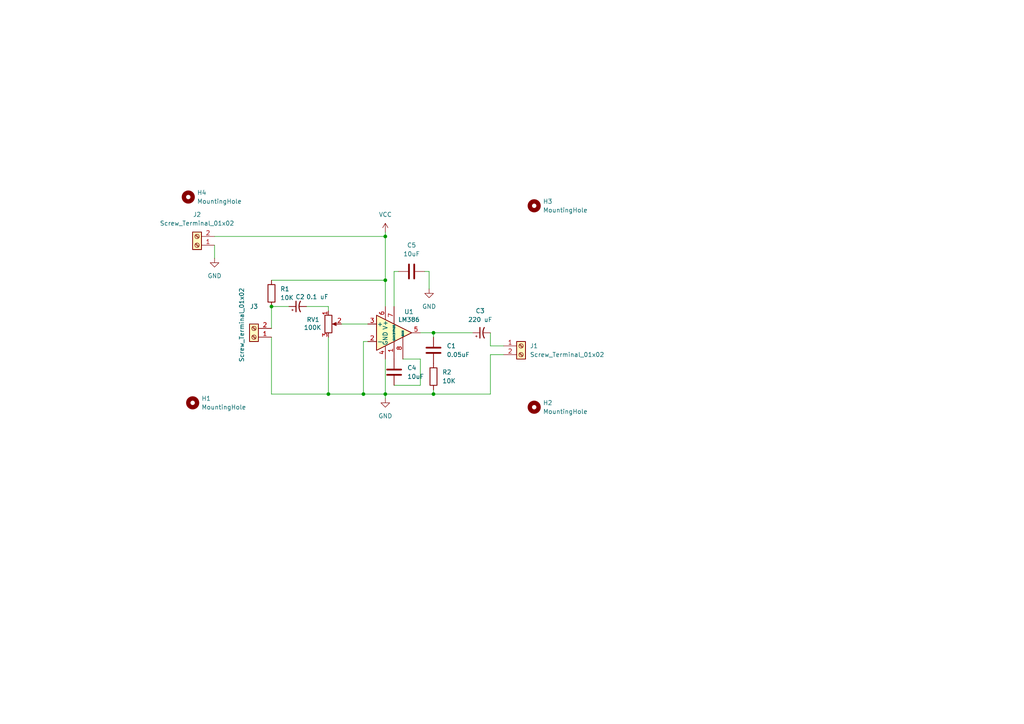
<source format=kicad_sch>
(kicad_sch (version 20231120) (generator "eeschema") (generator_version "8.0")
  (paper "A4")
  (title_block (title "LM386 Audio Amplifier") (date "2024-12-26") (rev "V01") (comment 4 "Author: PUTSHU LUNGHE Samuel"))
  (lib_symbols
    (symbol "Amplifier_Audio:LM386" (pin_names (offset 0.127))
      (property "Reference" "U" (at 1.27 7.62 0))
      (property "Value" "LM386" (at 1.27 5.08 0))
      (symbol "LM386_0_1"
        (polyline (pts (xy 5.08 0) (xy -5.08 5.08) (xy -5.08 -5.08) (xy 5.08 0)) (stroke (width 0.254)) (fill (type background)))
      )
      (symbol "LM386_1_1"
        (pin input line (at 0 -7.62 90) (length 5.08) (name "GAIN") (number "1"))
        (pin input line (at -7.62 -2.54 0) (length 2.54) (name "-") (number "2"))
        (pin input line (at -7.62 2.54 0) (length 2.54) (name "+") (number "3"))
        (pin power_in line (at -2.54 -7.62 90) (length 3.81) (name "GND") (number "4"))
        (pin output line (at 7.62 0 180) (length 2.54) (name "~") (number "5"))
        (pin power_in line (at -2.54 7.62 270) (length 3.81) (name "V+") (number "6"))
        (pin input line (at 0 7.62 270) (length 5.08) (name "BYPASS") (number "7"))
        (pin input line (at 2.54 -7.62 90) (length 6.35) (name "GAIN") (number "8"))
      )
    )
    (symbol "Connector:Screw_Terminal_01x02" (pin_names (offset 1.016) hide)
      (property "Reference" "J" (at 0 2.54 0))
      (property "Value" "Screw_Terminal_01x02" (at 0 -5.08 0))
      (symbol "Screw_Terminal_01x02_1_1"
        (rectangle (start -1.27 1.27) (end 1.27 -3.81) (stroke (width 0.254)) (fill (type background)))
        (circle (center 0 -2.54) (radius 0.635) (stroke (width 0.1524)))
        (polyline (pts (xy -0.5334 -2.2098) (xy 0.3302 -3.048)) (stroke (width 0.1524)))
        (polyline (pts (xy -0.5334 0.3302) (xy 0.3302 -0.508)) (stroke (width 0.1524)))
        (polyline (pts (xy -0.3556 -2.032) (xy 0.508 -2.8702)) (stroke (width 0.1524)))
        (polyline (pts (xy -0.3556 0.508) (xy 0.508 -0.3302)) (stroke (width 0.1524)))
        (circle (center 0 0) (radius 0.635) (stroke (width 0.1524)))
        (pin passive line (at -5.08 0 0) (length 3.81) (name "Pin_1") (number "1"))
        (pin passive line (at -5.08 -2.54 0) (length 3.81) (name "Pin_2") (number "2"))
      )
    )
    (symbol "Device:C" (pin_numbers hide) (pin_names (offset 0.254))
      (property "Reference" "C" (at 0.635 2.54 0))
      (property "Value" "C" (at 0.635 -2.54 0))
      (symbol "C_0_1"
        (polyline (pts (xy -2.032 -0.762) (xy 2.032 -0.762)) (stroke (width 0.508)))
        (polyline (pts (xy -2.032 0.762) (xy 2.032 0.762)) (stroke (width 0.508)))
      )
      (symbol "C_1_1"
        (pin passive line (at 0 3.81 270) (length 2.794) (name "~") (number "1"))
        (pin passive line (at 0 -3.81 90) (length 2.794) (name "~") (number "2"))
      )
    )
    (symbol "Device:C_Polarized_Small_US" (pin_numbers hide) (pin_names (offset 0.254) hide)
      (property "Reference" "C" (at 0.254 1.778 0))
      (property "Value" "C_Polarized_Small_US" (at 0.254 -2.032 0))
      (symbol "C_Polarized_Small_US_0_1"
        (polyline (pts (xy -1.524 0.508) (xy 1.524 0.508)) (stroke (width 0.3048)))
        (polyline (pts (xy -1.27 1.524) (xy -0.762 1.524)))
        (polyline (pts (xy -1.016 1.27) (xy -1.016 1.778)))
        (arc (start 1.524 -0.762) (mid 0 -0.3734) (end -1.524 -0.762) (stroke (width 0.3048)))
      )
      (symbol "C_Polarized_Small_US_1_1"
        (pin passive line (at 0 2.54 270) (length 2.032) (name "~") (number "1"))
        (pin passive line (at 0 -2.54 90) (length 2.032) (name "~") (number "2"))
      )
    )
    (symbol "Device:R" (pin_numbers hide) (pin_names (offset 0))
      (property "Reference" "R" (at 2.032 0 90))
      (property "Value" "R" (at 0 0 90))
      (symbol "R_0_1"
        (rectangle (start -1.016 -2.54) (end 1.016 2.54) (stroke (width 0.254)))
      )
      (symbol "R_1_1"
        (pin passive line (at 0 3.81 270) (length 1.27) (name "~") (number "1"))
        (pin passive line (at 0 -3.81 90) (length 1.27) (name "~") (number "2"))
      )
    )
    (symbol "Device:R_Potentiometer" (pin_names (offset 1.016) hide)
      (property "Reference" "RV" (at -4.445 0 90))
      (property "Value" "R_Potentiometer" (at -2.54 0 90))
      (symbol "R_Potentiometer_0_1"
        (polyline (pts (xy 2.54 0) (xy 1.524 0)))
        (polyline (pts (xy 1.143 0) (xy 2.286 0.508) (xy 2.286 -0.508) (xy 1.143 0)) (fill (type outline)))
        (rectangle (start 1.016 2.54) (end -1.016 -2.54) (stroke (width 0.254)))
      )
      (symbol "R_Potentiometer_1_1"
        (pin passive line (at 0 3.81 270) (length 1.27) (name "1") (number "1"))
        (pin passive line (at 3.81 0 180) (length 1.27) (name "2") (number "2"))
        (pin passive line (at 0 -3.81 90) (length 1.27) (name "3") (number "3"))
      )
    )
    (symbol "Mechanical:MountingHole" (pin_names (offset 1.016)) (exclude_from_sim yes) (in_bom no)
      (property "Reference" "H" (at 0 5.08 0))
      (property "Value" "MountingHole" (at 0 3.175 0))
      (symbol "MountingHole_0_1"
        (circle (center 0 0) (radius 1.27) (stroke (width 1.27)))
      )
    )
    (symbol "power:GND" (power) (pin_numbers hide) (pin_names (offset 0) hide)
      (property "Value" "GND" (at 0 -3.81 0))
      (symbol "GND_0_1"
        (polyline (pts (xy 0 0) (xy 0 -1.27) (xy 1.27 -1.27) (xy 0 -2.54) (xy -1.27 -1.27) (xy 0 -1.27)))
      )
      (symbol "GND_1_1"
        (pin power_in line (at 0 0 270) (length 0) (name "~") (number "1"))
      )
    )
    (symbol "power:VCC" (power) (pin_numbers hide) (pin_names (offset 0) hide)
      (property "Value" "VCC" (at 0 3.556 0))
      (symbol "VCC_0_1"
        (polyline (pts (xy -0.762 1.27) (xy 0 2.54)))
        (polyline (pts (xy 0 0) (xy 0 2.54)))
        (polyline (pts (xy 0 2.54) (xy 0.762 1.27)))
      )
      (symbol "VCC_1_1"
        (pin power_in line (at 0 0 90) (length 0) (name "~") (number "1"))
      )
    )
  )
  (junction (at 111.76 81.28))
  (junction (at 125.73 96.52))
  (junction (at 95.25 114.3))
  (junction (at 111.76 68.58))
  (junction (at 125.73 114.3))
  (junction (at 78.74 88.9))
  (junction (at 111.76 114.3))
  (junction (at 105.41 114.3))
  (wire (pts (xy 121.92 104.14) (xy 121.92 111.76)))
  (wire (pts (xy 111.76 81.28) (xy 111.76 88.9)))
  (wire (pts (xy 125.73 113.03) (xy 125.73 114.3)))
  (wire (pts (xy 142.24 102.87) (xy 142.24 114.3)))
  (wire (pts (xy 142.24 114.3) (xy 125.73 114.3)))
  (wire (pts (xy 146.05 102.87) (xy 142.24 102.87)))
  (wire (pts (xy 99.06 93.98) (xy 106.68 93.98)))
  (wire (pts (xy 142.24 96.52) (xy 142.24 100.33)))
  (wire (pts (xy 123.19 78.74) (xy 124.46 78.74)))
  (wire (pts (xy 111.76 68.58) (xy 111.76 81.28)))
  (wire (pts (xy 95.25 88.9) (xy 88.9 88.9)))
  (wire (pts (xy 78.74 81.28) (xy 111.76 81.28)))
  (wire (pts (xy 62.23 68.58) (xy 111.76 68.58)))
  (wire (pts (xy 78.74 114.3) (xy 95.25 114.3)))
  (wire (pts (xy 78.74 95.25) (xy 78.74 88.9)))
  (wire (pts (xy 105.41 99.06) (xy 105.41 114.3)))
  (wire (pts (xy 124.46 78.74) (xy 124.46 83.82)))
  (wire (pts (xy 125.73 96.52) (xy 137.16 96.52)))
  (wire (pts (xy 121.92 96.52) (xy 125.73 96.52)))
  (wire (pts (xy 114.3 88.9) (xy 114.3 78.74)))
  (wire (pts (xy 116.84 104.14) (xy 121.92 104.14)))
  (wire (pts (xy 121.92 111.76) (xy 114.3 111.76)))
  (wire (pts (xy 95.25 90.17) (xy 95.25 88.9)))
  (wire (pts (xy 78.74 97.79) (xy 78.74 114.3)))
  (wire (pts (xy 78.74 88.9) (xy 83.82 88.9)))
  (wire (pts (xy 105.41 114.3) (xy 111.76 114.3)))
  (wire (pts (xy 62.23 71.12) (xy 62.23 74.93)))
  (wire (pts (xy 114.3 78.74) (xy 115.57 78.74)))
  (wire (pts (xy 111.76 114.3) (xy 111.76 115.57)))
  (wire (pts (xy 125.73 96.52) (xy 125.73 97.79)))
  (wire (pts (xy 106.68 99.06) (xy 105.41 99.06)))
  (wire (pts (xy 95.25 97.79) (xy 95.25 114.3)))
  (wire (pts (xy 142.24 100.33) (xy 146.05 100.33)))
  (wire (pts (xy 111.76 67.31) (xy 111.76 68.58)))
  (wire (pts (xy 125.73 114.3) (xy 111.76 114.3)))
  (wire (pts (xy 111.76 104.14) (xy 111.76 114.3)))
  (wire (pts (xy 95.25 114.3) (xy 105.41 114.3)))
  (symbol (lib_id "power:GND") (at 124.46 83.82 0) (unit 1)
    (property "Reference" "#PWR03" (effects (hide yes)))
    (property "Value" "GND" (at 124.46 88.9 0))
    (property "Description" "Power symbol creates a global label with name \"GND\" , ground" (effects (hide yes)))
  )
  (symbol (lib_id "Device:R") (at 125.73 109.22 0) (unit 1)
    (property "Reference" "R2" (at 128.27 107.9499 0) (effects (justify left)))
    (property "Value" "10K" (at 128.27 110.4899 0) (effects (justify left)))
    (property "Footprint" "Resistor_THT:R_Axial_DIN0204_L3.6mm_D1.6mm_P7.62mm_Horizontal" (effects (hide yes)))
    (property "Description" "Resistor" (effects (hide yes)))
  )
  (symbol (lib_id "Connector:Screw_Terminal_01x02") (at 57.15 71.12 180) (unit 1)
    (property "Reference" "J2" (at 57.15 62.23 0))
    (property "Value" "Screw_Terminal_01x02" (at 57.15 64.77 0))
    (property "Footprint" "TerminalBlock_Phoenix:TerminalBlock_Phoenix_MKDS-1,5-2-5.08_1x02_P5.08mm_Horizontal" (effects (hide yes)))
    (property "Description" "Generic screw terminal, single row, 01x02, script generated (kicad-library-utils/schlib/autogen/connector/)" (effects (hide yes)))
  )
  (symbol (lib_id "Mechanical:MountingHole") (at 54.61 57.15 0) (unit 1) (exclude_from_sim yes) (in_bom no)
    (property "Reference" "H4" (at 57.15 55.8799 0) (effects (justify left)))
    (property "Value" "MountingHole" (at 57.15 58.4199 0) (effects (justify left)))
    (property "Footprint" "MountingHole:MountingHole_2.5mm" (effects (hide yes)))
    (property "Description" "Mounting Hole without connection" (effects (hide yes)))
  )
  (symbol (lib_id "Mechanical:MountingHole") (at 55.88 116.84 0) (unit 1) (exclude_from_sim yes) (in_bom no)
    (property "Reference" "H1" (at 58.42 115.5699 0) (effects (justify left)))
    (property "Value" "MountingHole" (at 58.42 118.1099 0) (effects (justify left)))
    (property "Footprint" "MountingHole:MountingHole_2.5mm" (effects (hide yes)))
    (property "Description" "Mounting Hole without connection" (effects (hide yes)))
  )
  (symbol (lib_id "Device:C") (at 119.38 78.74 90) (unit 1)
    (property "Reference" "C5" (at 119.38 71.12 90))
    (property "Value" "10uF" (at 119.38 73.66 90))
    (property "Footprint" "Capacitor_THT:CP_Radial_D4.0mm_P1.50mm" (effects (hide yes)))
    (property "Description" "Unpolarized capacitor" (effects (hide yes)))
  )
  (symbol (lib_id "Device:C_Polarized_Small_US") (at 139.7 96.52 90) (unit 1)
    (property "Reference" "C3" (at 139.2682 90.17 90))
    (property "Value" "220 uF" (at 139.2682 92.71 90))
    (property "Footprint" "Capacitor_THT:CP_Radial_D5.0mm_P2.50mm" (effects (hide yes)))
    (property "Description" "Polarized capacitor, small US symbol" (effects (hide yes)))
  )
  (symbol (lib_id "Connector:Screw_Terminal_01x02") (at 151.13 100.33 0) (unit 1)
    (property "Reference" "J1" (at 153.67 100.3299 0) (effects (justify left)))
    (property "Value" "Screw_Terminal_01x02" (at 153.67 102.8699 0) (effects (justify left)))
    (property "Footprint" "TerminalBlock_Phoenix:TerminalBlock_Phoenix_MKDS-1,5-2-5.08_1x02_P5.08mm_Horizontal" (effects (hide yes)))
    (property "Description" "Generic screw terminal, single row, 01x02, script generated (kicad-library-utils/schlib/autogen/connector/)" (effects (hide yes)))
  )
  (symbol (lib_id "Device:C_Polarized_Small_US") (at 86.36 88.9 90) (unit 1)
    (property "Reference" "C2" (at 88.392 86.106 90) (effects (justify left)))
    (property "Value" "0.1 uF" (at 95.25 86.106 90) (effects (justify left)))
    (property "Footprint" "Capacitor_THT:CP_Radial_D5.0mm_P2.50mm" (effects (hide yes)))
    (property "Description" "Polarized capacitor, small US symbol" (effects (hide yes)))
  )
  (symbol (lib_id "Mechanical:MountingHole") (at 154.94 59.69 0) (unit 1) (exclude_from_sim yes) (in_bom no)
    (property "Reference" "H3" (at 157.48 58.4199 0) (effects (justify left)))
    (property "Value" "MountingHole" (at 157.48 60.9599 0) (effects (justify left)))
    (property "Footprint" "MountingHole:MountingHole_2.5mm" (effects (hide yes)))
    (property "Description" "Mounting Hole without connection" (effects (hide yes)))
  )
  (symbol (lib_id "power:VCC") (at 111.76 67.31 0) (unit 1)
    (property "Reference" "#PWR02" (effects (hide yes)))
    (property "Value" "VCC" (at 111.76 62.23 0))
    (property "Description" "Power symbol creates a global label with name \"VCC\"" (effects (hide yes)))
  )
  (symbol (lib_id "power:GND") (at 111.76 115.57 0) (unit 1)
    (property "Reference" "#PWR01" (effects (hide yes)))
    (property "Value" "GND" (at 111.76 120.65 0))
    (property "Description" "Power symbol creates a global label with name \"GND\" , ground" (effects (hide yes)))
  )
  (symbol (lib_id "Connector:Screw_Terminal_01x02") (at 73.66 97.79 180) (unit 1)
    (property "Reference" "J3" (at 73.66 88.9 0))
    (property "Value" "Screw_Terminal_01x02" (at 70.104 94.234 90))
    (property "Footprint" "TerminalBlock_Phoenix:TerminalBlock_Phoenix_MKDS-1,5-2-5.08_1x02_P5.08mm_Horizontal" (effects (hide yes)))
    (property "Description" "Generic screw terminal, single row, 01x02, script generated (kicad-library-utils/schlib/autogen/connector/)" (effects (hide yes)))
  )
  (symbol (lib_id "Device:C") (at 114.3 107.95 180) (unit 1)
    (property "Reference" "C4" (at 118.11 106.6799 0) (effects (justify right)))
    (property "Value" "10uF" (at 118.11 109.2199 0) (effects (justify right)))
    (property "Footprint" "Capacitor_THT:CP_Radial_D4.0mm_P1.50mm" (effects (hide yes)))
    (property "Description" "Unpolarized capacitor" (effects (hide yes)))
  )
  (symbol (lib_id "Amplifier_Audio:LM386") (at 114.3 96.52 0) (unit 1)
    (property "Reference" "U1" (at 118.618 90.424 0))
    (property "Value" "LM386" (at 118.618 92.71 0))
    (property "Footprint" "DigiKey:DIP-8_W7.62mm" (effects (hide yes)))
    (property "Datasheet" "http://www.ti.com/lit/ds/symlink/lm386.pdf" (effects (hide yes)))
    (property "Description" "Low Voltage Audio Power Amplifier, DIP-8/SOIC-8/SSOP-8" (effects (hide yes)))
  )
  (symbol (lib_id "Device:R_Potentiometer") (at 95.25 93.98 0) (unit 1)
    (property "Reference" "RV1" (at 92.71 92.7099 0) (effects (justify right)))
    (property "Value" "100K" (at 93.218 94.996 0) (effects (justify right)))
    (property "Footprint" "Potentiometer_THT:Potentiometer_Bourns_3296W_Vertical" (effects (hide yes)))
    (property "Description" "Potentiometer" (effects (hide yes)))
  )
  (symbol (lib_id "Device:C") (at 125.73 101.6 0) (unit 1)
    (property "Reference" "C1" (at 129.54 100.3299 0) (effects (justify left)))
    (property "Value" "0.05uF" (at 129.54 102.8699 0) (effects (justify left)))
    (property "Footprint" "Capacitor_THT:CP_Radial_D4.0mm_P1.50mm" (effects (hide yes)))
    (property "Description" "Unpolarized capacitor" (effects (hide yes)))
  )
  (symbol (lib_id "Mechanical:MountingHole") (at 154.94 118.11 0) (unit 1) (exclude_from_sim yes) (in_bom no)
    (property "Reference" "H2" (at 157.48 116.8399 0) (effects (justify left)))
    (property "Value" "MountingHole" (at 157.48 119.3799 0) (effects (justify left)))
    (property "Footprint" "MountingHole:MountingHole_2.5mm" (effects (hide yes)))
    (property "Description" "Mounting Hole without connection" (effects (hide yes)))
  )
  (symbol (lib_id "power:GND") (at 62.23 74.93 0) (unit 1)
    (property "Reference" "#PWR04" (effects (hide yes)))
    (property "Value" "GND" (at 62.23 80.01 0))
    (property "Description" "Power symbol creates a global label with name \"GND\" , ground" (effects (hide yes)))
  )
  (symbol (lib_id "Device:R") (at 78.74 85.09 0) (unit 1)
    (property "Reference" "R1" (at 81.28 83.8199 0) (effects (justify left)))
    (property "Value" "10K" (at 81.28 86.3599 0) (effects (justify left)))
    (property "Footprint" "Resistor_THT:R_Axial_DIN0204_L3.6mm_D1.6mm_P7.62mm_Horizontal" (effects (hide yes)))
    (property "Description" "Resistor" (effects (hide yes)))
  )
)
</source>
